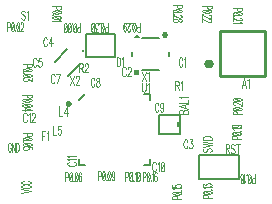
<source format=gto>
G04 DipTrace 2.4.0.2*
%IN3dBBLEnotune.gto*%
%MOMM*%
%ADD10C,0.25*%
%ADD13C,0.203*%
%ADD19C,0.152*%
%ADD22O,0.794X0.794*%
%ADD25O,0.317X0.318*%
%ADD49O,0.48X0.525*%
%ADD82C,0.118*%
%ADD83C,0.083*%
%FSLAX53Y53*%
G04*
G71*
G90*
G75*
G01*
%LNTopSilk*%
%LPD*%
X28835Y24915D2*
D10*
X32645D1*
Y21105D1*
X28835D1*
Y24915D1*
D22*
X27961Y22137D3*
X25461Y16202D2*
D19*
X23721D1*
Y17762D1*
X25461D1*
Y16202D1*
G36*
X25525Y16776D2*
X25246D1*
Y17179D1*
X25525D1*
Y16776D1*
G37*
X17571Y22696D2*
D19*
X19971D1*
Y24696D1*
X17571D1*
Y22696D1*
D25*
X17266Y23193D3*
X30481Y14383D2*
D19*
X27081D1*
Y12383D1*
X30481D1*
Y14383D1*
X15895Y18795D2*
D10*
Y18803D1*
X15896Y18812D1*
X15898Y18821D1*
X15900Y18829D1*
X15903Y18837D1*
X15906Y18846D1*
X15910Y18853D1*
X15914Y18861D1*
X15919Y18868D1*
X15924Y18875D1*
X15930Y18881D1*
X15936Y18888D1*
X15943Y18893D1*
X15950Y18898D1*
X15958Y18903D1*
X15965Y18907D1*
X15973Y18911D1*
X15981Y18914D1*
X15990Y18916D1*
X15998Y18918D1*
X16007Y18919D1*
X16016Y18920D1*
X16024D1*
X16033Y18919D1*
X16042Y18918D1*
X16050Y18916D1*
X16059Y18914D1*
X16067Y18911D1*
X16075Y18907D1*
X16083Y18903D1*
X16090Y18898D1*
X16097Y18893D1*
X16104Y18888D1*
X16110Y18881D1*
X16116Y18875D1*
X16121Y18868D1*
X16126Y18861D1*
X16130Y18853D1*
X16134Y18846D1*
X16138Y18837D1*
X16140Y18829D1*
X16142Y18821D1*
X16144Y18812D1*
X16145Y18803D1*
Y18795D1*
Y18786D1*
X16144Y18777D1*
X16142Y18769D1*
X16140Y18760D1*
X16138Y18752D1*
X16134Y18744D1*
X16130Y18736D1*
X16126Y18728D1*
X16121Y18721D1*
X16116Y18714D1*
X16110Y18708D1*
X16104Y18702D1*
X16097Y18696D1*
X16090Y18691D1*
X16083Y18686D1*
X16075Y18682D1*
X16067Y18679D1*
X16059Y18676D1*
X16050Y18673D1*
X16042Y18672D1*
X16033Y18670D1*
X16024D1*
X16016D1*
X16007D1*
X15998Y18672D1*
X15990Y18673D1*
X15981Y18676D1*
X15973Y18679D1*
X15965Y18682D1*
X15958Y18686D1*
X15950Y18691D1*
X15943Y18696D1*
X15936Y18702D1*
X15930Y18708D1*
X15924Y18714D1*
X15919Y18721D1*
X15914Y18728D1*
X15910Y18736D1*
X15906Y18744D1*
X15903Y18752D1*
X15900Y18760D1*
X15898Y18769D1*
X15896Y18777D1*
X15895Y18786D1*
Y18795D1*
X16920Y13594D2*
D13*
Y14095D1*
Y13594D2*
X17420D1*
X22420D2*
X22920D1*
Y14095D1*
Y19095D2*
Y19595D1*
X22420D2*
X22920D1*
X16920Y19095D2*
X17420Y19595D1*
D49*
X24209Y24544D3*
G36*
X21990Y21187D2*
X21555D1*
Y21617D1*
X21990D1*
Y21187D1*
G37*
G36*
X22094Y24317D2*
X21809Y24677D1*
X21549Y24317D1*
X21539D1*
D1*
X22094D1*
G37*
X23725Y21637D2*
D19*
X22234D1*
X21460Y22787D2*
Y23157D1*
X23734Y24287D2*
X22234D1*
X24535Y23137D2*
Y22787D1*
X14876Y22290D2*
X15961Y23375D1*
X16038Y21114D2*
X17130Y22206D1*
X31046Y20127D2*
D82*
X30871Y20893D1*
X30696Y20127D1*
X30762Y20383D2*
X30981D1*
X31188Y20747D2*
X31231Y20784D1*
X31297Y20892D1*
Y20127D1*
X25404Y17904D2*
X26169D1*
Y18102D1*
X26132Y18167D1*
X26096Y18189D1*
X26024Y18211D1*
X25914D1*
X25841Y18189D1*
X25805Y18167D1*
X25768Y18102D1*
X25731Y18167D1*
X25695Y18189D1*
X25623Y18211D1*
X25549D1*
X25477Y18189D1*
X25440Y18167D1*
X25404Y18102D1*
Y17904D1*
X25768D2*
Y18102D1*
X26169Y18702D2*
X25404Y18527D1*
X26169Y18352D1*
X25914Y18418D2*
Y18636D1*
X25404Y18843D2*
X26169D1*
Y19106D1*
X25550Y19247D2*
X25513Y19291D1*
X25405Y19356D1*
X26169D1*
X25693Y22490D2*
X25671Y22563D1*
X25627Y22636D1*
X25584Y22672D1*
X25496D1*
X25452Y22636D1*
X25409Y22563D1*
X25386Y22490D1*
X25365Y22381D1*
Y22198D1*
X25386Y22090D1*
X25409Y22016D1*
X25452Y21944D1*
X25496Y21907D1*
X25584D1*
X25627Y21944D1*
X25671Y22016D1*
X25693Y22090D1*
X25834Y22526D2*
X25878Y22563D1*
X25944Y22672D1*
Y21907D1*
X20901Y21693D2*
X20880Y21765D1*
X20836Y21838D1*
X20792Y21875D1*
X20705D1*
X20661Y21838D1*
X20617Y21765D1*
X20595Y21693D1*
X20573Y21583D1*
Y21400D1*
X20595Y21292D1*
X20617Y21218D1*
X20661Y21146D1*
X20705Y21109D1*
X20792D1*
X20836Y21146D1*
X20880Y21218D1*
X20901Y21292D1*
X21065Y21692D2*
Y21728D1*
X21086Y21801D1*
X21108Y21838D1*
X21152Y21874D1*
X21240D1*
X21283Y21838D1*
X21305Y21801D1*
X21327Y21728D1*
Y21656D1*
X21305Y21582D1*
X21261Y21474D1*
X21042Y21109D1*
X21349D1*
X26111Y15551D2*
X26089Y15623D1*
X26045Y15697D1*
X26002Y15733D1*
X25915D1*
X25871Y15697D1*
X25827Y15623D1*
X25805Y15551D1*
X25783Y15442D1*
Y15259D1*
X25805Y15150D1*
X25827Y15077D1*
X25871Y15004D1*
X25915Y14967D1*
X26002D1*
X26045Y15004D1*
X26089Y15077D1*
X26111Y15150D1*
X26296Y15732D2*
X26536D1*
X26405Y15441D1*
X26471D1*
X26515Y15404D1*
X26536Y15368D1*
X26559Y15259D1*
Y15186D1*
X26536Y15077D1*
X26493Y15004D1*
X26427Y14967D1*
X26362D1*
X26296Y15004D1*
X26275Y15041D1*
X26252Y15113D1*
X14239Y24202D2*
X14218Y24274D1*
X14174Y24348D1*
X14130Y24384D1*
X14043D1*
X13999Y24348D1*
X13955Y24274D1*
X13933Y24202D1*
X13911Y24092D1*
Y23910D1*
X13933Y23801D1*
X13955Y23728D1*
X13999Y23655D1*
X14043Y23618D1*
X14130D1*
X14174Y23655D1*
X14218Y23728D1*
X14239Y23801D1*
X14599Y23618D2*
Y24383D1*
X14381Y23873D1*
X14709D1*
X13339Y22474D2*
X13317Y22546D1*
X13273Y22620D1*
X13230Y22656D1*
X13142D1*
X13098Y22620D1*
X13055Y22546D1*
X13032Y22474D1*
X13011Y22364D1*
Y22182D1*
X13032Y22073D1*
X13055Y22000D1*
X13098Y21927D1*
X13142Y21890D1*
X13230D1*
X13273Y21927D1*
X13317Y22000D1*
X13339Y22073D1*
X13742Y22655D2*
X13524D1*
X13502Y22327D1*
X13524Y22363D1*
X13590Y22401D1*
X13655D1*
X13720Y22363D1*
X13764Y22291D1*
X13786Y22182D1*
Y22109D1*
X13764Y22000D1*
X13720Y21926D1*
X13655Y21890D1*
X13590D1*
X13524Y21926D1*
X13502Y21963D1*
X13480Y22036D1*
X14874Y21096D2*
X14852Y21168D1*
X14808Y21241D1*
X14765Y21278D1*
X14678D1*
X14634Y21241D1*
X14590Y21168D1*
X14568Y21096D1*
X14546Y20986D1*
Y20803D1*
X14568Y20695D1*
X14590Y20621D1*
X14634Y20549D1*
X14678Y20512D1*
X14765D1*
X14808Y20549D1*
X14852Y20621D1*
X14874Y20695D1*
X15103Y20512D2*
X15322Y21277D1*
X15015D1*
X18244Y20793D2*
X18222Y20865D1*
X18178Y20939D1*
X18135Y20975D1*
X18047D1*
X18003Y20939D1*
X17960Y20865D1*
X17938Y20793D1*
X17916Y20683D1*
Y20501D1*
X17938Y20392D1*
X17960Y20319D1*
X18003Y20246D1*
X18047Y20209D1*
X18135D1*
X18178Y20246D1*
X18222Y20319D1*
X18244Y20392D1*
X18494Y20974D2*
X18429Y20938D1*
X18407Y20865D1*
Y20792D1*
X18429Y20720D1*
X18473Y20682D1*
X18560Y20646D1*
X18626Y20610D1*
X18669Y20537D1*
X18691Y20464D1*
Y20355D1*
X18669Y20282D1*
X18647Y20245D1*
X18582Y20209D1*
X18494D1*
X18429Y20245D1*
X18407Y20282D1*
X18385Y20355D1*
Y20464D1*
X18407Y20537D1*
X18451Y20610D1*
X18516Y20646D1*
X18603Y20682D1*
X18647Y20720D1*
X18669Y20792D1*
Y20865D1*
X18647Y20938D1*
X18582Y20974D1*
X18494D1*
X23660Y18661D2*
X23638Y18734D1*
X23594Y18807D1*
X23550Y18843D1*
X23463D1*
X23419Y18807D1*
X23376Y18734D1*
X23353Y18661D1*
X23332Y18552D1*
Y18369D1*
X23353Y18260D1*
X23376Y18187D1*
X23419Y18115D1*
X23463Y18078D1*
X23550D1*
X23594Y18115D1*
X23638Y18187D1*
X23660Y18260D1*
X24085Y18588D2*
X24063Y18479D1*
X24020Y18405D1*
X23954Y18369D1*
X23932D1*
X23866Y18405D1*
X23823Y18479D1*
X23801Y18588D1*
Y18624D1*
X23823Y18734D1*
X23866Y18806D1*
X23932Y18842D1*
X23954D1*
X24020Y18806D1*
X24063Y18734D1*
X24085Y18588D1*
Y18405D1*
X24063Y18223D1*
X24020Y18114D1*
X23954Y18078D1*
X23910D1*
X23845Y18114D1*
X23823Y18187D1*
X23460Y13635D2*
X23438Y13708D1*
X23394Y13781D1*
X23351Y13817D1*
X23263D1*
X23219Y13781D1*
X23176Y13708D1*
X23154Y13635D1*
X23132Y13526D1*
Y13343D1*
X23154Y13234D1*
X23176Y13161D1*
X23219Y13089D1*
X23263Y13052D1*
X23351D1*
X23394Y13089D1*
X23438Y13161D1*
X23460Y13234D1*
X23601Y13671D2*
X23645Y13708D1*
X23711Y13817D1*
Y13052D1*
X23983Y13817D2*
X23918Y13780D1*
X23874Y13671D1*
X23852Y13489D1*
Y13379D1*
X23874Y13197D1*
X23918Y13088D1*
X23983Y13052D1*
X24027D1*
X24092Y13088D1*
X24136Y13197D1*
X24158Y13379D1*
Y13489D1*
X24136Y13671D1*
X24092Y13780D1*
X24027Y13817D1*
X23983D1*
X24136Y13671D2*
X23874Y13197D1*
X16125Y13825D2*
X16052Y13804D1*
X15979Y13760D1*
X15943Y13716D1*
Y13629D1*
X15979Y13585D1*
X16052Y13541D1*
X16125Y13519D1*
X16234Y13497D1*
X16417D1*
X16526Y13519D1*
X16599Y13541D1*
X16671Y13585D1*
X16708Y13629D1*
Y13716D1*
X16671Y13760D1*
X16599Y13804D1*
X16526Y13825D1*
X16089Y13967D2*
X16052Y14011D1*
X15943Y14076D1*
X16708D1*
X16089Y14218D2*
X16052Y14261D1*
X15943Y14327D1*
X16708D1*
X12517Y17794D2*
X12495Y17867D1*
X12451Y17940D1*
X12407Y17976D1*
X12320D1*
X12276Y17940D1*
X12233Y17867D1*
X12210Y17794D1*
X12189Y17685D1*
Y17502D1*
X12210Y17393D1*
X12233Y17320D1*
X12276Y17248D1*
X12320Y17211D1*
X12407D1*
X12451Y17248D1*
X12495Y17320D1*
X12517Y17393D1*
X12658Y17830D2*
X12702Y17867D1*
X12768Y17975D1*
Y17211D1*
X12931Y17793D2*
Y17830D1*
X12953Y17903D1*
X12974Y17939D1*
X13018Y17975D1*
X13106D1*
X13149Y17939D1*
X13171Y17903D1*
X13193Y17830D1*
Y17757D1*
X13171Y17684D1*
X13128Y17575D1*
X12909Y17211D1*
X13215D1*
X20126Y22703D2*
Y21938D1*
X20279D1*
X20345Y21975D1*
X20389Y22047D1*
X20411Y22120D1*
X20433Y22229D1*
Y22412D1*
X20411Y22521D1*
X20389Y22594D1*
X20345Y22667D1*
X20279Y22703D1*
X20126D1*
X20574Y22557D2*
X20618Y22594D1*
X20683Y22702D1*
Y21938D1*
X14092Y16427D2*
X13807D1*
Y15662D1*
Y16063D2*
X13982D1*
X14233Y16281D2*
X14277Y16318D1*
X14343Y16426D1*
Y15662D1*
X15273Y18523D2*
Y17757D1*
X15535D1*
X15895D2*
Y18522D1*
X15676Y18012D1*
X16004D1*
X14718Y16902D2*
Y16136D1*
X14981D1*
X15384Y16901D2*
X15166D1*
X15144Y16574D1*
X15166Y16610D1*
X15231Y16647D1*
X15297D1*
X15362Y16610D1*
X15406Y16537D1*
X15428Y16428D1*
Y16355D1*
X15406Y16246D1*
X15362Y16173D1*
X15297Y16136D1*
X15231D1*
X15166Y16173D1*
X15144Y16210D1*
X15122Y16282D1*
X25089Y20308D2*
X25285D1*
X25351Y20345D1*
X25373Y20381D1*
X25395Y20454D1*
Y20527D1*
X25373Y20600D1*
X25351Y20637D1*
X25285Y20673D1*
X25089D1*
Y19907D1*
X25242Y20308D2*
X25395Y19907D1*
X25536Y20526D2*
X25580Y20563D1*
X25646Y20672D1*
Y19907D1*
X16953Y21802D2*
X17150D1*
X17216Y21839D1*
X17238Y21875D1*
X17260Y21947D1*
Y22021D1*
X17238Y22093D1*
X17216Y22130D1*
X17150Y22166D1*
X16953D1*
Y21401D1*
X17107Y21802D2*
X17260Y21401D1*
X17423Y21984D2*
Y22020D1*
X17445Y22093D1*
X17467Y22129D1*
X17511Y22166D1*
X17598D1*
X17641Y22129D1*
X17663Y22093D1*
X17685Y22020D1*
Y21947D1*
X17663Y21874D1*
X17620Y21765D1*
X17401Y21401D1*
X17707D1*
X29354Y14974D2*
X29550D1*
X29616Y15011D1*
X29638Y15048D1*
X29660Y15120D1*
Y15193D1*
X29638Y15266D1*
X29616Y15303D1*
X29550Y15339D1*
X29354D1*
Y14573D1*
X29507Y14974D2*
X29660Y14573D1*
X30107Y15230D2*
X30064Y15303D1*
X29998Y15339D1*
X29911D1*
X29845Y15303D1*
X29801Y15230D1*
Y15157D1*
X29823Y15084D1*
X29845Y15048D1*
X29889Y15011D1*
X30020Y14938D1*
X30064Y14902D1*
X30086Y14865D1*
X30107Y14792D1*
Y14683D1*
X30064Y14610D1*
X29998Y14573D1*
X29911D1*
X29845Y14610D1*
X29801Y14683D1*
X30402Y15339D2*
Y14573D1*
X30249Y15339D2*
X30555D1*
X12354Y26535D2*
X12311Y26608D1*
X12245Y26645D1*
X12158D1*
X12092Y26608D1*
X12048Y26535D1*
Y26463D1*
X12070Y26389D1*
X12092Y26353D1*
X12136Y26317D1*
X12267Y26244D1*
X12311Y26208D1*
X12333Y26170D1*
X12354Y26098D1*
Y25989D1*
X12311Y25916D1*
X12245Y25879D1*
X12158D1*
X12092Y25916D1*
X12048Y25989D1*
X12496Y26498D2*
X12540Y26535D1*
X12605Y26644D1*
Y25879D1*
X27515Y14979D2*
X27442Y14936D1*
X27406Y14870D1*
Y14783D1*
X27442Y14717D1*
X27515Y14673D1*
X27588D1*
X27661Y14695D1*
X27697Y14717D1*
X27733Y14760D1*
X27807Y14892D1*
X27843Y14936D1*
X27880Y14957D1*
X27952Y14979D1*
X28062D1*
X28134Y14936D1*
X28171Y14870D1*
Y14783D1*
X28134Y14717D1*
X28062Y14673D1*
X27406Y15120D2*
X28171Y15230D1*
X27406Y15339D1*
X28171Y15448D1*
X27406Y15558D1*
Y15699D2*
X28171D1*
Y15852D1*
X28134Y15918D1*
X28062Y15962D1*
X27989Y15984D1*
X27880Y16005D1*
X27697D1*
X27588Y15984D1*
X27515Y15962D1*
X27442Y15918D1*
X27406Y15852D1*
Y15699D1*
X22267Y20525D2*
Y19979D1*
X22289Y19869D1*
X22333Y19797D1*
X22399Y19760D1*
X22442D1*
X22508Y19797D1*
X22552Y19869D1*
X22574Y19979D1*
Y20525D1*
X22715Y20379D2*
X22759Y20416D1*
X22825Y20524D1*
Y19760D1*
X22286Y21462D2*
X22593Y20697D1*
Y21462D2*
X22286Y20697D1*
X22734Y21316D2*
X22778Y21353D1*
X22843Y21462D1*
Y20697D1*
X16209Y21128D2*
X16515Y20362D1*
Y21128D2*
X16209Y20362D1*
X16678Y20945D2*
Y20981D1*
X16700Y21055D1*
X16722Y21091D1*
X16766Y21127D1*
X16853D1*
X16897Y21091D1*
X16918Y21055D1*
X16941Y20981D1*
Y20909D1*
X16918Y20836D1*
X16875Y20727D1*
X16656Y20362D1*
X16962D1*
X12064Y11220D2*
D83*
X12830Y11366D1*
X12064Y11511D1*
X12246Y11868D2*
X12174Y11850D1*
X12101Y11813D1*
X12065Y11777D1*
Y11704D1*
X12101Y11668D1*
X12174Y11631D1*
X12246Y11613D1*
X12356Y11595D1*
X12539D1*
X12647Y11613D1*
X12721Y11631D1*
X12793Y11668D1*
X12830Y11704D1*
Y11777D1*
X12793Y11813D1*
X12721Y11850D1*
X12647Y11868D1*
X12246Y12225D2*
X12174Y12207D1*
X12101Y12170D1*
X12065Y12134D1*
Y12061D1*
X12101Y12024D1*
X12174Y11988D1*
X12246Y11969D1*
X12356Y11951D1*
X12539D1*
X12647Y11969D1*
X12721Y11988D1*
X12793Y12024D1*
X12830Y12061D1*
Y12134D1*
X12793Y12170D1*
X12721Y12207D1*
X12647Y12225D1*
X11169Y15276D2*
X11151Y15348D1*
X11114Y15422D1*
X11078Y15458D1*
X11005D1*
X10968Y15422D1*
X10932Y15348D1*
X10914Y15276D1*
X10896Y15167D1*
Y14984D1*
X10914Y14875D1*
X10932Y14802D1*
X10968Y14729D1*
X11005Y14692D1*
X11078D1*
X11114Y14729D1*
X11151Y14802D1*
X11169Y14875D1*
Y14984D1*
X11078D1*
X11507Y15458D2*
Y14692D1*
X11252Y15458D1*
Y14692D1*
X11591Y15458D2*
Y14692D1*
X11718D1*
X11773Y14729D1*
X11810Y14802D1*
X11828Y14875D1*
X11846Y14984D1*
Y15167D1*
X11828Y15276D1*
X11810Y15348D1*
X11773Y15422D1*
X11718Y15458D1*
X11591D1*
X22059Y25262D2*
X21895D1*
X21840Y25225D1*
X21822Y25188D1*
X21804Y25116D1*
Y25006D1*
X21822Y24934D1*
X21840Y24897D1*
X21895Y24861D1*
X22059D1*
Y25626D1*
X21611Y24861D2*
X21665Y24898D1*
X21702Y25007D1*
X21720Y25189D1*
Y25299D1*
X21702Y25481D1*
X21666Y25590D1*
X21611Y25626D1*
X21575D1*
X21520Y25590D1*
X21484Y25481D1*
X21465Y25299D1*
Y25189D1*
X21484Y25007D1*
X21520Y24898D1*
X21575Y24861D1*
X21611D1*
X21484Y25007D2*
X21702Y25481D1*
X21364Y25553D2*
X21382Y25590D1*
X21364Y25626D1*
X21345Y25590D1*
X21364Y25553D1*
X21243Y25043D2*
Y25007D1*
X21225Y24934D1*
X21207Y24898D1*
X21170Y24861D1*
X21097D1*
X21061Y24898D1*
X21043Y24934D1*
X21025Y25007D1*
Y25080D1*
X21043Y25153D1*
X21079Y25262D1*
X21262Y25626D1*
X21007D1*
X20686Y25116D2*
X20705Y25225D1*
X20741Y25299D1*
X20796Y25335D1*
X20814D1*
X20868Y25299D1*
X20905Y25225D1*
X20923Y25116D1*
Y25080D1*
X20905Y24970D1*
X20868Y24898D1*
X20814Y24861D1*
X20796D1*
X20741Y24898D1*
X20705Y24970D1*
X20686Y25116D1*
Y25299D1*
X20705Y25481D1*
X20741Y25590D1*
X20796Y25626D1*
X20832D1*
X20887Y25590D1*
X20905Y25517D1*
X19366Y25231D2*
X19202D1*
X19148Y25194D1*
X19129Y25157D1*
X19111Y25085D1*
Y24975D1*
X19129Y24903D1*
X19148Y24866D1*
X19202Y24830D1*
X19366D1*
Y25595D1*
X18918Y24831D2*
X18973Y24867D1*
X19010Y24976D1*
X19028Y25158D1*
Y25268D1*
X19010Y25450D1*
X18973Y25559D1*
X18918Y25595D1*
X18882D1*
X18827Y25559D1*
X18791Y25450D1*
X18772Y25268D1*
Y25158D1*
X18791Y24976D1*
X18827Y24867D1*
X18882Y24831D1*
X18918D1*
X18791Y24976D2*
X19010Y25450D1*
X18671Y25522D2*
X18689Y25559D1*
X18671Y25595D1*
X18652Y25559D1*
X18671Y25522D1*
X18532Y24831D2*
X18332D1*
X18441Y25122D1*
X18387D1*
X18351Y25158D1*
X18332Y25194D1*
X18314Y25304D1*
Y25376D1*
X18332Y25486D1*
X18369Y25559D1*
X18423Y25595D1*
X18478D1*
X18532Y25559D1*
X18551Y25522D1*
X18569Y25450D1*
X18121Y24831D2*
X18176Y24867D1*
X18212Y24976D1*
X18231Y25158D1*
Y25268D1*
X18212Y25450D1*
X18176Y25559D1*
X18121Y25595D1*
X18085D1*
X18030Y25559D1*
X17994Y25450D1*
X17975Y25268D1*
Y25158D1*
X17994Y24976D1*
X18030Y24867D1*
X18085Y24831D1*
X18121D1*
X17994Y24976D2*
X18212Y25450D1*
X10839Y25255D2*
X11003D1*
X11057Y25292D1*
X11076Y25329D1*
X11094Y25401D1*
Y25511D1*
X11076Y25583D1*
X11057Y25620D1*
X11003Y25656D1*
X10839D1*
Y24891D1*
X11287Y25655D2*
X11232Y25619D1*
X11195Y25510D1*
X11177Y25328D1*
Y25218D1*
X11195Y25036D1*
X11232Y24927D1*
X11287Y24891D1*
X11323D1*
X11378Y24927D1*
X11414Y25036D1*
X11432Y25218D1*
Y25328D1*
X11414Y25510D1*
X11378Y25619D1*
X11323Y25655D1*
X11287D1*
X11414Y25510D2*
X11195Y25036D1*
X11534Y24964D2*
X11516Y24927D1*
X11534Y24891D1*
X11552Y24927D1*
X11534Y24964D1*
X11745Y25655D2*
X11690Y25619D1*
X11654Y25510D1*
X11636Y25328D1*
Y25218D1*
X11654Y25036D1*
X11690Y24927D1*
X11745Y24891D1*
X11781D1*
X11836Y24927D1*
X11872Y25036D1*
X11891Y25218D1*
Y25328D1*
X11872Y25510D1*
X11836Y25619D1*
X11781Y25655D1*
X11745D1*
X11872Y25510D2*
X11654Y25036D1*
X11993Y25473D2*
Y25510D1*
X12011Y25583D1*
X12029Y25619D1*
X12066Y25655D1*
X12139D1*
X12175Y25619D1*
X12193Y25583D1*
X12211Y25510D1*
Y25437D1*
X12193Y25364D1*
X12157Y25255D1*
X11974Y24891D1*
X12229D1*
X12531Y22080D2*
Y21916D1*
X12567Y21862D1*
X12604Y21843D1*
X12677Y21825D1*
X12786D1*
X12859Y21843D1*
X12896Y21862D1*
X12932Y21916D1*
Y22080D1*
X12166D1*
X12931Y21632D2*
X12895Y21687D1*
X12785Y21723D1*
X12603Y21742D1*
X12494D1*
X12312Y21723D1*
X12202Y21687D1*
X12166Y21632D1*
Y21596D1*
X12202Y21541D1*
X12312Y21505D1*
X12494Y21486D1*
X12603D1*
X12785Y21505D1*
X12895Y21541D1*
X12931Y21596D1*
Y21632D1*
X12785Y21505D2*
X12312Y21723D1*
X12240Y21385D2*
X12202Y21403D1*
X12166Y21385D1*
X12202Y21366D1*
X12240Y21385D1*
X12931Y21174D2*
X12895Y21228D1*
X12785Y21265D1*
X12603Y21283D1*
X12494D1*
X12312Y21265D1*
X12202Y21228D1*
X12166Y21174D1*
Y21137D1*
X12202Y21083D1*
X12312Y21046D1*
X12494Y21028D1*
X12603D1*
X12785Y21046D1*
X12895Y21083D1*
X12931Y21137D1*
Y21174D1*
X12785Y21046D2*
X12312Y21265D1*
X12931Y20908D2*
Y20708D1*
X12640Y20817D1*
Y20762D1*
X12603Y20726D1*
X12567Y20708D1*
X12458Y20689D1*
X12385D1*
X12276Y20708D1*
X12202Y20744D1*
X12166Y20799D1*
Y20854D1*
X12202Y20908D1*
X12240Y20926D1*
X12312Y20944D1*
X12520Y16240D2*
Y16076D1*
X12556Y16022D1*
X12593Y16003D1*
X12665Y15985D1*
X12775D1*
X12847Y16003D1*
X12884Y16022D1*
X12921Y16076D1*
Y16240D1*
X12155D1*
X12920Y15792D2*
X12884Y15847D1*
X12774Y15883D1*
X12592Y15902D1*
X12483D1*
X12301Y15883D1*
X12191Y15847D1*
X12155Y15792D1*
Y15756D1*
X12191Y15701D1*
X12301Y15665D1*
X12483Y15646D1*
X12592D1*
X12774Y15665D1*
X12884Y15701D1*
X12920Y15756D1*
Y15792D1*
X12774Y15665D2*
X12301Y15883D1*
X12228Y15545D2*
X12191Y15563D1*
X12155Y15545D1*
X12191Y15526D1*
X12228Y15545D1*
X12920Y15334D2*
X12884Y15388D1*
X12774Y15425D1*
X12592Y15443D1*
X12483D1*
X12301Y15425D1*
X12191Y15388D1*
X12155Y15334D1*
Y15297D1*
X12191Y15243D1*
X12301Y15206D1*
X12483Y15188D1*
X12592D1*
X12774Y15206D1*
X12884Y15243D1*
X12920Y15297D1*
Y15334D1*
X12774Y15206D2*
X12301Y15425D1*
X12920Y14886D2*
Y15068D1*
X12592Y15086D1*
X12628Y15068D1*
X12665Y15013D1*
Y14959D1*
X12628Y14904D1*
X12556Y14867D1*
X12446Y14849D1*
X12374D1*
X12265Y14867D1*
X12191Y14904D1*
X12155Y14959D1*
Y15013D1*
X12191Y15068D1*
X12228Y15086D1*
X12301Y15105D1*
X15775Y12544D2*
X15939D1*
X15993Y12580D1*
X16012Y12617D1*
X16030Y12690D1*
Y12799D1*
X16012Y12872D1*
X15993Y12909D1*
X15939Y12945D1*
X15775D1*
Y12179D1*
X16223Y12944D2*
X16168Y12908D1*
X16131Y12798D1*
X16113Y12616D1*
Y12507D1*
X16131Y12325D1*
X16168Y12215D1*
X16223Y12179D1*
X16259D1*
X16314Y12215D1*
X16350Y12325D1*
X16368Y12507D1*
Y12616D1*
X16350Y12798D1*
X16314Y12908D1*
X16259Y12944D1*
X16223D1*
X16350Y12798D2*
X16131Y12325D1*
X16470Y12253D2*
X16452Y12215D1*
X16470Y12179D1*
X16488Y12215D1*
X16470Y12253D1*
X16681Y12944D2*
X16626Y12908D1*
X16590Y12798D1*
X16572Y12616D1*
Y12507D1*
X16590Y12325D1*
X16626Y12215D1*
X16681Y12179D1*
X16717D1*
X16772Y12215D1*
X16808Y12325D1*
X16827Y12507D1*
Y12616D1*
X16808Y12798D1*
X16772Y12908D1*
X16717Y12944D1*
X16681D1*
X16808Y12798D2*
X16590Y12325D1*
X17129Y12835D2*
X17111Y12908D1*
X17056Y12944D1*
X17020D1*
X16965Y12908D1*
X16928Y12798D1*
X16910Y12616D1*
Y12434D1*
X16928Y12289D1*
X16965Y12215D1*
X17020Y12179D1*
X17038D1*
X17092Y12215D1*
X17129Y12289D1*
X17147Y12398D1*
Y12434D1*
X17129Y12544D1*
X17092Y12616D1*
X17038Y12653D1*
X17020D1*
X16965Y12616D1*
X16928Y12544D1*
X16910Y12434D1*
X12516Y19525D2*
Y19361D1*
X12552Y19307D1*
X12589Y19288D1*
X12662Y19270D1*
X12771D1*
X12844Y19288D1*
X12881Y19307D1*
X12917Y19361D1*
Y19525D1*
X12151D1*
X12916Y19077D2*
X12880Y19132D1*
X12770Y19169D1*
X12588Y19187D1*
X12479D1*
X12297Y19169D1*
X12187Y19132D1*
X12151Y19077D1*
Y19041D1*
X12187Y18986D1*
X12297Y18950D1*
X12479Y18932D1*
X12588D1*
X12770Y18950D1*
X12880Y18986D1*
X12916Y19041D1*
Y19077D1*
X12770Y18950D2*
X12297Y19169D1*
X12225Y18830D2*
X12187Y18848D1*
X12151Y18830D1*
X12187Y18812D1*
X12225Y18830D1*
X12916Y18619D2*
X12880Y18674D1*
X12770Y18710D1*
X12588Y18728D1*
X12479D1*
X12297Y18710D1*
X12187Y18674D1*
X12151Y18619D1*
Y18583D1*
X12187Y18528D1*
X12297Y18492D1*
X12479Y18473D1*
X12588D1*
X12770Y18492D1*
X12880Y18528D1*
X12916Y18583D1*
Y18619D1*
X12770Y18492D2*
X12297Y18710D1*
X12151Y18207D2*
X12916D1*
X12406Y18390D1*
Y18116D1*
X25246Y10720D2*
Y10884D1*
X25210Y10939D1*
X25173Y10957D1*
X25100Y10975D1*
X24991D1*
X24918Y10957D1*
X24881Y10939D1*
X24845Y10884D1*
Y10720D1*
X25611D1*
X24846Y11168D2*
X24882Y11113D1*
X24992Y11077D1*
X25174Y11059D1*
X25283D1*
X25465Y11077D1*
X25575Y11113D1*
X25611Y11168D1*
Y11204D1*
X25575Y11259D1*
X25465Y11295D1*
X25283Y11314D1*
X25174D1*
X24992Y11295D1*
X24882Y11259D1*
X24846Y11204D1*
Y11168D1*
X24992Y11295D2*
X25465Y11077D1*
X25537Y11415D2*
X25575Y11397D1*
X25611Y11415D1*
X25575Y11434D1*
X25537Y11415D1*
X24992Y11517D2*
X24955Y11554D1*
X24846Y11609D1*
X25611D1*
X24846Y11910D2*
Y11728D1*
X25174Y11710D1*
X25137Y11728D1*
X25100Y11783D1*
Y11838D1*
X25137Y11892D1*
X25210Y11929D1*
X25319Y11947D1*
X25392D1*
X25501Y11929D1*
X25575Y11892D1*
X25611Y11838D1*
Y11783D1*
X25575Y11728D1*
X25537Y11710D1*
X25465Y11692D1*
X18552Y12633D2*
X18717D1*
X18771Y12669D1*
X18789Y12706D1*
X18807Y12778D1*
Y12888D1*
X18789Y12960D1*
X18771Y12997D1*
X18717Y13034D1*
X18552D1*
Y12268D1*
X19000Y13033D2*
X18946Y12997D1*
X18909Y12887D1*
X18891Y12705D1*
Y12596D1*
X18909Y12414D1*
X18946Y12304D1*
X19000Y12268D1*
X19037D1*
X19091Y12304D1*
X19128Y12414D1*
X19146Y12596D1*
Y12705D1*
X19128Y12887D1*
X19091Y12997D1*
X19037Y13033D1*
X19000D1*
X19128Y12887D2*
X18909Y12414D1*
X19247Y12341D2*
X19229Y12304D1*
X19247Y12268D1*
X19266Y12304D1*
X19247Y12341D1*
X19459Y13033D2*
X19404Y12997D1*
X19367Y12887D1*
X19349Y12705D1*
Y12596D1*
X19367Y12414D1*
X19404Y12304D1*
X19459Y12268D1*
X19495D1*
X19550Y12304D1*
X19586Y12414D1*
X19605Y12596D1*
Y12705D1*
X19586Y12887D1*
X19550Y12997D1*
X19495Y13033D1*
X19459D1*
X19586Y12887D2*
X19367Y12414D1*
X19925Y12778D2*
X19906Y12669D1*
X19870Y12596D1*
X19816Y12559D1*
X19797D1*
X19743Y12596D1*
X19706Y12669D1*
X19688Y12778D1*
Y12815D1*
X19706Y12924D1*
X19743Y12997D1*
X19797Y13033D1*
X19816D1*
X19870Y12997D1*
X19906Y12924D1*
X19925Y12778D1*
Y12596D1*
X19906Y12414D1*
X19870Y12304D1*
X19816Y12268D1*
X19779D1*
X19725Y12304D1*
X19706Y12377D1*
X20853Y12580D2*
X21017D1*
X21071Y12616D1*
X21090Y12653D1*
X21108Y12725D1*
Y12835D1*
X21090Y12907D1*
X21071Y12944D1*
X21017Y12981D1*
X20853D1*
Y12215D1*
X21301Y12980D2*
X21246Y12943D1*
X21209Y12834D1*
X21191Y12652D1*
Y12543D1*
X21209Y12361D1*
X21246Y12251D1*
X21301Y12215D1*
X21337D1*
X21392Y12251D1*
X21428Y12361D1*
X21447Y12543D1*
Y12652D1*
X21428Y12834D1*
X21392Y12943D1*
X21337Y12980D1*
X21301D1*
X21428Y12834D2*
X21209Y12361D1*
X21548Y12288D2*
X21530Y12251D1*
X21548Y12215D1*
X21567Y12251D1*
X21548Y12288D1*
X21650Y12834D2*
X21686Y12871D1*
X21741Y12980D1*
Y12215D1*
X21934Y12980D2*
X21879Y12943D1*
X21843Y12834D1*
X21825Y12652D1*
Y12543D1*
X21843Y12361D1*
X21879Y12251D1*
X21934Y12215D1*
X21970D1*
X22025Y12251D1*
X22061Y12361D1*
X22080Y12543D1*
Y12652D1*
X22061Y12834D1*
X22025Y12943D1*
X21970Y12980D1*
X21934D1*
X22061Y12834D2*
X21843Y12361D1*
X22328Y12568D2*
X22493D1*
X22547Y12604D1*
X22565Y12641D1*
X22584Y12714D1*
Y12823D1*
X22565Y12896D1*
X22547Y12933D1*
X22493Y12969D1*
X22328D1*
Y12203D1*
X22776Y12968D2*
X22722Y12932D1*
X22685Y12822D1*
X22667Y12641D1*
Y12531D1*
X22685Y12349D1*
X22722Y12240D1*
X22776Y12203D1*
X22813D1*
X22867Y12240D1*
X22904Y12349D1*
X22922Y12531D1*
Y12641D1*
X22904Y12822D1*
X22867Y12932D1*
X22813Y12968D1*
X22776D1*
X22904Y12822D2*
X22685Y12349D1*
X23024Y12277D2*
X23005Y12240D1*
X23024Y12203D1*
X23042Y12240D1*
X23024Y12277D1*
X23125Y12822D2*
X23162Y12860D1*
X23217Y12968D1*
Y12203D1*
X23519Y12860D2*
X23501Y12932D1*
X23446Y12968D1*
X23410D1*
X23355Y12932D1*
X23318Y12822D1*
X23300Y12641D1*
Y12459D1*
X23318Y12313D1*
X23355Y12240D1*
X23410Y12203D1*
X23428D1*
X23482Y12240D1*
X23519Y12313D1*
X23537Y12422D1*
Y12459D1*
X23519Y12568D1*
X23482Y12641D1*
X23428Y12677D1*
X23410D1*
X23355Y12641D1*
X23318Y12568D1*
X23300Y12459D1*
X15022Y26989D2*
Y26824D1*
X15059Y26770D1*
X15096Y26752D1*
X15168Y26733D1*
X15278D1*
X15350Y26752D1*
X15387Y26770D1*
X15423Y26824D1*
Y26989D1*
X14658D1*
X15422Y26541D2*
X15386Y26595D1*
X15277Y26632D1*
X15095Y26650D1*
X14985D1*
X14803Y26632D1*
X14694Y26595D1*
X14658Y26541D1*
Y26504D1*
X14694Y26450D1*
X14803Y26413D1*
X14985Y26395D1*
X15095D1*
X15277Y26413D1*
X15386Y26450D1*
X15422Y26504D1*
Y26541D1*
X15277Y26413D2*
X14803Y26632D1*
X14731Y26293D2*
X14694Y26312D1*
X14658Y26293D1*
X14694Y26275D1*
X14731Y26293D1*
X15422Y26082D2*
X15386Y26137D1*
X15277Y26173D1*
X15095Y26192D1*
X14985D1*
X14803Y26173D1*
X14694Y26137D1*
X14658Y26082D1*
Y26046D1*
X14694Y25991D1*
X14803Y25955D1*
X14985Y25936D1*
X15095D1*
X15277Y25955D1*
X15386Y25991D1*
X15422Y26046D1*
Y26082D1*
X15277Y25955D2*
X14803Y26173D1*
X15277Y25853D2*
X15314Y25816D1*
X15422Y25762D1*
X14658D1*
X17042Y25221D2*
X16878D1*
X16824Y25185D1*
X16805Y25148D1*
X16787Y25075D1*
Y24966D1*
X16805Y24893D1*
X16824Y24856D1*
X16878Y24820D1*
X17042D1*
Y25586D1*
X16594Y24821D2*
X16649Y24857D1*
X16686Y24966D1*
X16704Y25148D1*
Y25258D1*
X16686Y25440D1*
X16649Y25549D1*
X16594Y25586D1*
X16558D1*
X16503Y25549D1*
X16467Y25440D1*
X16448Y25258D1*
Y25148D1*
X16467Y24966D1*
X16503Y24857D1*
X16558Y24821D1*
X16594D1*
X16467Y24966D2*
X16686Y25440D1*
X16347Y25512D2*
X16365Y25549D1*
X16347Y25586D1*
X16328Y25549D1*
X16347Y25512D1*
X16136Y24821D2*
X16190Y24857D1*
X16227Y24966D1*
X16245Y25148D1*
Y25258D1*
X16227Y25440D1*
X16190Y25549D1*
X16136Y25586D1*
X16099D1*
X16045Y25549D1*
X16008Y25440D1*
X15990Y25258D1*
Y25148D1*
X16008Y24966D1*
X16045Y24857D1*
X16099Y24821D1*
X16136D1*
X16008Y24966D2*
X16227Y25440D1*
X15797Y24821D2*
X15852Y24857D1*
X15888Y24966D1*
X15907Y25148D1*
Y25258D1*
X15888Y25440D1*
X15852Y25549D1*
X15797Y25586D1*
X15761D1*
X15706Y25549D1*
X15670Y25440D1*
X15651Y25258D1*
Y25148D1*
X15670Y24966D1*
X15706Y24857D1*
X15761Y24821D1*
X15797D1*
X15670Y24966D2*
X15888Y25440D1*
X27754Y27066D2*
Y26902D1*
X27790Y26847D1*
X27827Y26829D1*
X27900Y26811D1*
X28009D1*
X28082Y26829D1*
X28119Y26847D1*
X28155Y26902D1*
Y27066D1*
X27389D1*
X28154Y26618D2*
X28118Y26673D1*
X28009Y26709D1*
X27827Y26727D1*
X27717D1*
X27535Y26709D1*
X27426Y26673D1*
X27389Y26618D1*
Y26582D1*
X27426Y26527D1*
X27535Y26491D1*
X27717Y26472D1*
X27827D1*
X28009Y26491D1*
X28118Y26527D1*
X28154Y26582D1*
Y26618D1*
X28009Y26491D2*
X27535Y26709D1*
X27463Y26371D2*
X27426Y26389D1*
X27389Y26371D1*
X27426Y26352D1*
X27463Y26371D1*
X27972Y26250D2*
X28009D1*
X28082Y26232D1*
X28118Y26214D1*
X28154Y26177D1*
Y26105D1*
X28118Y26068D1*
X28082Y26050D1*
X28009Y26032D1*
X27936D1*
X27863Y26050D1*
X27754Y26086D1*
X27389Y26269D1*
Y26014D1*
X27972Y25912D2*
X28009D1*
X28082Y25894D1*
X28118Y25876D1*
X28154Y25839D1*
Y25766D1*
X28118Y25730D1*
X28082Y25712D1*
X28009Y25693D1*
X27936D1*
X27863Y25712D1*
X27754Y25748D1*
X27389Y25930D1*
Y25675D1*
X30323Y26847D2*
Y26683D1*
X30359Y26628D1*
X30396Y26610D1*
X30469Y26592D1*
X30578D1*
X30651Y26610D1*
X30688Y26628D1*
X30724Y26683D1*
Y26847D1*
X29958D1*
X30723Y26399D2*
X30687Y26454D1*
X30577Y26490D1*
X30395Y26508D1*
X30286D1*
X30104Y26490D1*
X29995Y26454D1*
X29958Y26399D1*
Y26363D1*
X29995Y26308D1*
X30104Y26272D1*
X30286Y26253D1*
X30395D1*
X30577Y26272D1*
X30687Y26308D1*
X30723Y26363D1*
Y26399D1*
X30577Y26272D2*
X30104Y26490D1*
X30032Y26152D2*
X29995Y26170D1*
X29958Y26152D1*
X29995Y26133D1*
X30032Y26152D1*
X30541Y26031D2*
X30577D1*
X30651Y26013D1*
X30687Y25995D1*
X30723Y25959D1*
Y25886D1*
X30687Y25849D1*
X30651Y25831D1*
X30577Y25813D1*
X30505D1*
X30432Y25831D1*
X30323Y25868D1*
X29958Y26050D1*
Y25795D1*
X30577Y25711D2*
X30614Y25675D1*
X30723Y25620D1*
X29958D1*
X25244Y27077D2*
Y26913D1*
X25280Y26859D1*
X25317Y26840D1*
X25389Y26822D1*
X25499D1*
X25571Y26840D1*
X25608Y26859D1*
X25644Y26913D1*
Y27077D1*
X24879D1*
X25644Y26629D2*
X25607Y26684D1*
X25498Y26721D1*
X25316Y26739D1*
X25206D1*
X25025Y26721D1*
X24915Y26684D1*
X24879Y26629D1*
Y26593D1*
X24915Y26538D1*
X25025Y26502D1*
X25206Y26484D1*
X25316D1*
X25498Y26502D1*
X25607Y26538D1*
X25644Y26593D1*
Y26629D1*
X25498Y26502D2*
X25025Y26721D1*
X24952Y26382D2*
X24915Y26400D1*
X24879Y26382D1*
X24915Y26364D1*
X24952Y26382D1*
X25462Y26262D2*
X25498D1*
X25571Y26244D1*
X25607Y26226D1*
X25644Y26189D1*
Y26116D1*
X25607Y26080D1*
X25571Y26062D1*
X25498Y26043D1*
X25425D1*
X25352Y26062D1*
X25244Y26098D1*
X24879Y26280D1*
Y26025D1*
X25644Y25851D2*
X25607Y25905D1*
X25535Y25924D1*
X25462D1*
X25389Y25905D1*
X25352Y25869D1*
X25316Y25796D1*
X25280Y25741D1*
X25206Y25705D1*
X25134Y25687D1*
X25025D1*
X24952Y25705D1*
X24915Y25723D1*
X24879Y25778D1*
Y25851D1*
X24915Y25905D1*
X24952Y25924D1*
X25025Y25942D1*
X25134D1*
X25206Y25924D1*
X25280Y25887D1*
X25316Y25833D1*
X25352Y25760D1*
X25389Y25723D1*
X25462Y25705D1*
X25535D1*
X25607Y25723D1*
X25644Y25778D1*
Y25851D1*
X27820Y10782D2*
Y10947D1*
X27784Y11001D1*
X27746Y11020D1*
X27674Y11038D1*
X27565D1*
X27492Y11020D1*
X27455Y11001D1*
X27419Y10947D1*
Y10782D1*
X28184D1*
X27420Y11231D2*
X27456Y11176D1*
X27565Y11139D1*
X27747Y11121D1*
X27857D1*
X28039Y11139D1*
X28148Y11176D1*
X28184Y11231D1*
Y11267D1*
X28148Y11321D1*
X28039Y11358D1*
X27857Y11376D1*
X27747D1*
X27565Y11358D1*
X27456Y11321D1*
X27420Y11267D1*
Y11231D1*
X27565Y11358D2*
X28039Y11139D1*
X28111Y11478D2*
X28148Y11460D1*
X28184Y11478D1*
X28148Y11496D1*
X28111Y11478D1*
X27565Y11580D2*
X27528Y11616D1*
X27420Y11671D1*
X28184D1*
X27420Y11791D2*
Y11991D1*
X27711Y11882D1*
Y11937D1*
X27747Y11973D1*
X27784Y11991D1*
X27893Y12009D1*
X27965D1*
X28075Y11991D1*
X28148Y11955D1*
X28184Y11900D1*
Y11845D1*
X28148Y11791D1*
X28111Y11773D1*
X28039Y11754D1*
X31819Y12435D2*
X31655D1*
X31601Y12399D1*
X31582Y12362D1*
X31564Y12290D1*
Y12180D1*
X31582Y12108D1*
X31601Y12071D1*
X31655Y12034D1*
X31819D1*
Y12800D1*
X31371Y12035D2*
X31426Y12071D1*
X31463Y12181D1*
X31481Y12363D1*
Y12472D1*
X31463Y12654D1*
X31426Y12764D1*
X31371Y12800D1*
X31335D1*
X31280Y12764D1*
X31244Y12654D1*
X31226Y12472D1*
Y12363D1*
X31244Y12181D1*
X31280Y12071D1*
X31335Y12035D1*
X31371D1*
X31244Y12181D2*
X31463Y12654D1*
X31124Y12727D2*
X31142Y12764D1*
X31124Y12800D1*
X31106Y12764D1*
X31124Y12727D1*
X31022Y12181D2*
X30986Y12144D1*
X30931Y12035D1*
Y12800D1*
X30757Y12035D2*
X30811Y12071D1*
X30830Y12144D1*
Y12217D1*
X30811Y12290D1*
X30775Y12327D1*
X30702Y12363D1*
X30647Y12399D1*
X30611Y12472D1*
X30593Y12545D1*
Y12654D1*
X30611Y12727D1*
X30629Y12764D1*
X30684Y12800D1*
X30757D1*
X30811Y12764D1*
X30830Y12727D1*
X30848Y12654D1*
Y12545D1*
X30830Y12472D1*
X30793Y12399D1*
X30739Y12363D1*
X30666Y12327D1*
X30629Y12290D1*
X30611Y12217D1*
Y12144D1*
X30629Y12071D1*
X30684Y12035D1*
X30757D1*
X30296Y15773D2*
Y15937D1*
X30260Y15992D1*
X30223Y16010D1*
X30150Y16028D1*
X30041D1*
X29969Y16010D1*
X29931Y15992D1*
X29895Y15937D1*
Y15773D1*
X30661D1*
X29896Y16221D2*
X29932Y16166D1*
X30042Y16130D1*
X30224Y16112D1*
X30333D1*
X30515Y16130D1*
X30625Y16166D1*
X30661Y16221D1*
Y16257D1*
X30625Y16312D1*
X30515Y16348D1*
X30333Y16367D1*
X30224D1*
X30042Y16348D1*
X29932Y16312D1*
X29896Y16257D1*
Y16221D1*
X30042Y16348D2*
X30515Y16130D1*
X30588Y16468D2*
X30625Y16450D1*
X30661Y16468D1*
X30625Y16487D1*
X30588Y16468D1*
X30042Y16570D2*
X30005Y16607D1*
X29896Y16661D1*
X30661D1*
X30150Y16982D2*
X30260Y16963D1*
X30333Y16927D1*
X30369Y16872D1*
Y16854D1*
X30333Y16800D1*
X30260Y16763D1*
X30150Y16745D1*
X30114D1*
X30005Y16763D1*
X29932Y16800D1*
X29896Y16854D1*
Y16872D1*
X29932Y16927D1*
X30005Y16963D1*
X30150Y16982D1*
X30333D1*
X30515Y16963D1*
X30625Y16927D1*
X30661Y16872D1*
Y16836D1*
X30625Y16781D1*
X30551Y16763D1*
X30344Y17858D2*
Y18023D1*
X30307Y18077D1*
X30270Y18095D1*
X30198Y18113D1*
X30088D1*
X30016Y18095D1*
X29979Y18077D1*
X29943Y18023D1*
Y17858D1*
X30708D1*
X29943Y18306D2*
X29980Y18252D1*
X30089Y18215D1*
X30271Y18197D1*
X30381D1*
X30563Y18215D1*
X30672Y18252D1*
X30708Y18306D1*
Y18343D1*
X30672Y18397D1*
X30563Y18434D1*
X30381Y18452D1*
X30271D1*
X30089Y18434D1*
X29980Y18397D1*
X29943Y18343D1*
Y18306D1*
X30089Y18434D2*
X30563Y18215D1*
X30635Y18553D2*
X30672Y18535D1*
X30708Y18553D1*
X30672Y18572D1*
X30635Y18553D1*
X30125Y18674D2*
X30089D1*
X30016Y18692D1*
X29980Y18710D1*
X29943Y18747D1*
Y18820D1*
X29980Y18856D1*
X30016Y18874D1*
X30089Y18892D1*
X30162D1*
X30235Y18874D1*
X30344Y18838D1*
X30708Y18655D1*
Y18911D1*
X29943Y19103D2*
X29980Y19049D1*
X30089Y19012D1*
X30271Y18994D1*
X30381D1*
X30563Y19012D1*
X30672Y19049D1*
X30708Y19103D1*
Y19140D1*
X30672Y19194D1*
X30563Y19231D1*
X30381Y19249D1*
X30271D1*
X30089Y19231D1*
X29980Y19194D1*
X29943Y19140D1*
Y19103D1*
X30089Y19231D2*
X30563Y19012D1*
M02*

</source>
